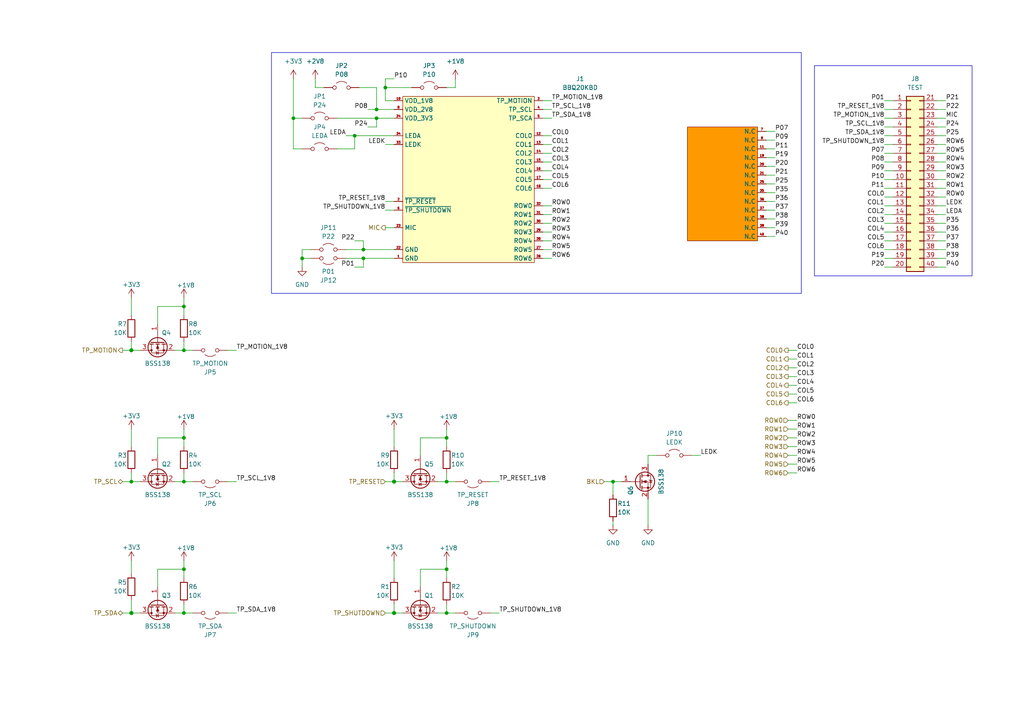
<source format=kicad_sch>
(kicad_sch (version 20250114) (generator "eeschema") (generator_version "9.0")
  (paper "A4")
  (lib_symbols
    (symbol "BBQ20KBD-Connector:BBQ20KBD Connector"
      (property "Reference" "J" (at 0 26.67 0))
      (property "Value" "BBQ20KBD" (at 0 -24.638 0))
      (symbol "BBQ20KBD Connector_1_1"
        (rectangle (start -19.05 25.4) (end 19.05 -22.86) (fill (type color) (color 255 255 194 1)))
        (rectangle (start 63.5 16.51) (end 83.82 -16.51) (fill (type color) (color 255 153 0 1)))
        (pin power_in line (at -21.59 24.13 0) (length 2.54) (name "VDD_1V8") (number "10"))
        (pin power_in line (at -21.59 21.59 0) (length 2.54) (name "VDD_2V8") (number "8"))
        (pin power_in line (at -21.59 19.05 0) (length 2.54) (name "VDD_3V3") (number "24"))
        (pin bidirectional line (at -21.59 13.97 0) (length 2.54) (name "LEDA") (number "34"))
        (pin bidirectional line (at -21.59 11.43 0) (length 2.54) (name "LEDK") (number "33"))
        (pin input line (at -21.59 -5.08 0) (length 2.54) (name "~{TP_RESET}") (number "2"))
        (pin input line (at -21.59 -7.62 0) (length 2.54) (name "~{TP_SHUTDOWN}") (number "6"))
        (pin output line (at -21.59 -12.7 0) (length 2.54) (name "MIC") (number "23"))
        (pin power_out line (at -21.59 -19.05 0) (length 2.54) (name "GND") (number "22"))
        (pin power_out line (at -21.59 -21.59 0) (length 2.54) (name "GND") (number "1"))
        (pin output line (at 21.59 24.13 180) (length 2.54) (name "TP_MOTION") (number "3"))
        (pin bidirectional line (at 21.59 21.59 180) (length 2.54) (name "TP_SCL") (number "4"))
        (pin bidirectional line (at 21.59 19.05 180) (length 2.54) (name "TP_SCA") (number "5"))
        (pin bidirectional line (at 21.59 13.97 180) (length 2.54) (name "COL0") (number "12"))
        (pin bidirectional line (at 21.59 11.43 180) (length 2.54) (name "COL1") (number "13"))
        (pin bidirectional line (at 21.59 8.89 180) (length 2.54) (name "COL2") (number "14"))
        (pin bidirectional line (at 21.59 6.35 180) (length 2.54) (name "COL3") (number "15"))
        (pin bidirectional line (at 21.59 3.81 180) (length 2.54) (name "COL4") (number "16"))
        (pin bidirectional line (at 21.59 1.27 180) (length 2.54) (name "COL5") (number "17"))
        (pin bidirectional line (at 21.59 -1.27 180) (length 2.54) (name "COL6") (number "18"))
        (pin bidirectional line (at 21.59 -6.35 180) (length 2.54) (name "ROW0") (number "32"))
        (pin bidirectional line (at 21.59 -8.89 180) (length 2.54) (name "ROW1") (number "31"))
        (pin bidirectional line (at 21.59 -11.43 180) (length 2.54) (name "ROW2") (number "30"))
        (pin bidirectional line (at 21.59 -13.97 180) (length 2.54) (name "ROW3") (number "29"))
        (pin bidirectional line (at 21.59 -16.51 180) (length 2.54) (name "ROW4") (number "28"))
        (pin bidirectional line (at 21.59 -19.05 180) (length 2.54) (name "ROW5") (number "27"))
        (pin bidirectional line (at 21.59 -21.59 180) (length 2.54) (name "ROW6") (number "26"))
        (pin bidirectional line (at 86.36 15.24 180) (length 2.54) (name "N.C") (number "7"))
        (pin bidirectional line (at 86.36 12.7 180) (length 2.54) (name "N.C") (number "9"))
        (pin bidirectional line (at 86.36 10.16 180) (length 2.54) (name "N.C") (number "11"))
        (pin bidirectional line (at 86.36 7.62 180) (length 2.54) (name "N.C") (number "19"))
        (pin bidirectional line (at 86.36 5.08 180) (length 2.54) (name "N.C") (number "20"))
        (pin bidirectional line (at 86.36 2.54 180) (length 2.54) (name "N.C") (number "21"))
        (pin bidirectional line (at 86.36 0 180) (length 2.54) (name "N.C") (number "25"))
        (pin bidirectional line (at 86.36 -2.54 180) (length 2.54) (name "N.C") (number "35"))
        (pin bidirectional line (at 86.36 -5.08 180) (length 2.54) (name "N.C") (number "36"))
        (pin bidirectional line (at 86.36 -7.62 180) (length 2.54) (name "N.C") (number "37"))
        (pin bidirectional line (at 86.36 -10.16 180) (length 2.54) (name "N.C") (number "38"))
        (pin bidirectional line (at 86.36 -12.7 180) (length 2.54) (name "N.C") (number "39"))
        (pin bidirectional line (at 86.36 -15.24 180) (length 2.54) (name "N.C") (number "40"))
      )
    )
    (symbol "Connector_Generic:Conn_02x20_Top_Bottom" (pin_names (offset 1.016) (hide yes))
      (property "Reference" "J" (at 1.27 25.4 0))
      (property "Value" "Conn_02x20_Top_Bottom" (at 1.27 -27.94 0))
      (symbol "Conn_02x20_Top_Bottom_1_1"
        (rectangle (start -1.27 24.13) (end 3.81 -26.67) (stroke (width 0.254)) (fill (type background)))
        (rectangle (start -1.27 22.987) (end 0 22.733) (stroke (width 0.1524)))
        (rectangle (start -1.27 20.447) (end 0 20.193) (stroke (width 0.1524)))
        (rectangle (start -1.27 17.907) (end 0 17.653) (stroke (width 0.1524)))
        (rectangle (start -1.27 15.367) (end 0 15.113) (stroke (width 0.1524)))
        (rectangle (start -1.27 12.827) (end 0 12.573) (stroke (width 0.1524)))
        (rectangle (start -1.27 10.287) (end 0 10.033) (stroke (width 0.1524)))
        (rectangle (start -1.27 7.747) (end 0 7.493) (stroke (width 0.1524)))
        (rectangle (start -1.27 5.207) (end 0 4.953) (stroke (width 0.1524)))
        (rectangle (start -1.27 2.667) (end 0 2.413) (stroke (width 0.1524)))
        (rectangle (start -1.27 0.127) (end 0 -0.127) (stroke (width 0.1524)))
        (rectangle (start -1.27 -2.413) (end 0 -2.667) (stroke (width 0.1524)))
        (rectangle (start -1.27 -4.953) (end 0 -5.207) (stroke (width 0.1524)))
        (rectangle (start -1.27 -7.493) (end 0 -7.747) (stroke (width 0.1524)))
        (rectangle (start -1.27 -10.033) (end 0 -10.287) (stroke (width 0.1524)))
        (rectangle (start -1.27 -12.573) (end 0 -12.827) (stroke (width 0.1524)))
        (rectangle (start -1.27 -15.113) (end 0 -15.367) (stroke (width 0.1524)))
        (rectangle (start -1.27 -17.653) (end 0 -17.907) (stroke (width 0.1524)))
        (rectangle (start -1.27 -20.193) (end 0 -20.447) (stroke (width 0.1524)))
        (rectangle (start -1.27 -22.733) (end 0 -22.987) (stroke (width 0.1524)))
        (rectangle (start -1.27 -25.273) (end 0 -25.527) (stroke (width 0.1524)))
        (rectangle (start 3.81 22.987) (end 2.54 22.733) (stroke (width 0.1524)))
        (rectangle (start 3.81 20.447) (end 2.54 20.193) (stroke (width 0.1524)))
        (rectangle (start 3.81 17.907) (end 2.54 17.653) (stroke (width 0.1524)))
        (rectangle (start 3.81 15.367) (end 2.54 15.113) (stroke (width 0.1524)))
        (rectangle (start 3.81 12.827) (end 2.54 12.573) (stroke (width 0.1524)))
        (rectangle (start 3.81 10.287) (end 2.54 10.033) (stroke (width 0.1524)))
        (rectangle (start 3.81 7.747) (end 2.54 7.493) (stroke (width 0.1524)))
        (rectangle (start 3.81 5.207) (end 2.54 4.953) (stroke (width 0.1524)))
        (rectangle (start 3.81 2.667) (end 2.54 2.413) (stroke (width 0.1524)))
        (rectangle (start 3.81 0.127) (end 2.54 -0.127) (stroke (width 0.1524)))
        (rectangle (start 3.81 -2.413) (end 2.54 -2.667) (stroke (width 0.1524)))
        (rectangle (start 3.81 -4.953) (end 2.54 -5.207) (stroke (width 0.1524)))
        (rectangle (start 3.81 -7.493) (end 2.54 -7.747) (stroke (width 0.1524)))
        (rectangle (start 3.81 -10.033) (end 2.54 -10.287) (stroke (width 0.1524)))
        (rectangle (start 3.81 -12.573) (end 2.54 -12.827) (stroke (width 0.1524)))
        (rectangle (start 3.81 -15.113) (end 2.54 -15.367) (stroke (width 0.1524)))
        (rectangle (start 3.81 -17.653) (end 2.54 -17.907) (stroke (width 0.1524)))
        (rectangle (start 3.81 -20.193) (end 2.54 -20.447) (stroke (width 0.1524)))
        (rectangle (start 3.81 -22.733) (end 2.54 -22.987) (stroke (width 0.1524)))
        (rectangle (start 3.81 -25.273) (end 2.54 -25.527) (stroke (width 0.1524)))
        (pin passive line (at -5.08 22.86 0) (length 3.81) (name "Pin_1") (number "1"))
        (pin passive line (at -5.08 20.32 0) (length 3.81) (name "Pin_2") (number "2"))
        (pin passive line (at -5.08 17.78 0) (length 3.81) (name "Pin_3") (number "3"))
        (pin passive line (at -5.08 15.24 0) (length 3.81) (name "Pin_4") (number "4"))
        (pin passive line (at -5.08 12.7 0) (length 3.81) (name "Pin_5") (number "5"))
        (pin passive line (at -5.08 10.16 0) (length 3.81) (name "Pin_6") (number "6"))
        (pin passive line (at -5.08 7.62 0) (length 3.81) (name "Pin_7") (number "7"))
        (pin passive line (at -5.08 5.08 0) (length 3.81) (name "Pin_8") (number "8"))
        (pin passive line (at -5.08 2.54 0) (length 3.81) (name "Pin_9") (number "9"))
        (pin passive line (at -5.08 0 0) (length 3.81) (name "Pin_10") (number "10"))
        (pin passive line (at -5.08 -2.54 0) (length 3.81) (name "Pin_11") (number "11"))
        (pin passive line (at -5.08 -5.08 0) (length 3.81) (name "Pin_12") (number "12"))
        (pin passive line (at -5.08 -7.62 0) (length 3.81) (name "Pin_13") (number "13"))
        (pin passive line (at -5.08 -10.16 0) (length 3.81) (name "Pin_14") (number "14"))
        (pin passive line (at -5.08 -12.7 0) (length 3.81) (name "Pin_15") (number "15"))
        (pin passive line (at -5.08 -15.24 0) (length 3.81) (name "Pin_16") (number "16"))
        (pin passive line (at -5.08 -17.78 0) (length 3.81) (name "Pin_17") (number "17"))
        (pin passive line (at -5.08 -20.32 0) (length 3.81) (name "Pin_18") (number "18"))
        (pin passive line (at -5.08 -22.86 0) (length 3.81) (name "Pin_19") (number "19"))
        (pin passive line (at -5.08 -25.4 0) (length 3.81) (name "Pin_20") (number "20"))
        (pin passive line (at 7.62 22.86 180) (length 3.81) (name "Pin_21") (number "21"))
        (pin passive line (at 7.62 20.32 180) (length 3.81) (name "Pin_22") (number "22"))
        (pin passive line (at 7.62 17.78 180) (length 3.81) (name "Pin_23") (number "23"))
        (pin passive line (at 7.62 15.24 180) (length 3.81) (name "Pin_24") (number "24"))
        (pin passive line (at 7.62 12.7 180) (length 3.81) (name "Pin_25") (number "25"))
        (pin passive line (at 7.62 10.16 180) (length 3.81) (name "Pin_26") (number "26"))
        (pin passive line (at 7.62 7.62 180) (length 3.81) (name "Pin_27") (number "27"))
        (pin passive line (at 7.62 5.08 180) (length 3.81) (name "Pin_28") (number "28"))
        (pin passive line (at 7.62 2.54 180) (length 3.81) (name "Pin_29") (number "29"))
        (pin passive line (at 7.62 0 180) (length 3.81) (name "Pin_30") (number "30"))
        (pin passive line (at 7.62 -2.54 180) (length 3.81) (name "Pin_31") (number "31"))
        (pin passive line (at 7.62 -5.08 180) (length 3.81) (name "Pin_32") (number "32"))
        (pin passive line (at 7.62 -7.62 180) (length 3.81) (name "Pin_33") (number "33"))
        (pin passive line (at 7.62 -10.16 180) (length 3.81) (name "Pin_34") (number "34"))
        (pin passive line (at 7.62 -12.7 180) (length 3.81) (name "Pin_35") (number "35"))
        (pin passive line (at 7.62 -15.24 180) (length 3.81) (name "Pin_36") (number "36"))
        (pin passive line (at 7.62 -17.78 180) (length 3.81) (name "Pin_37") (number "37"))
        (pin passive line (at 7.62 -20.32 180) (length 3.81) (name "Pin_38") (number "38"))
        (pin passive line (at 7.62 -22.86 180) (length 3.81) (name "Pin_39") (number "39"))
        (pin passive line (at 7.62 -25.4 180) (length 3.81) (name "Pin_40") (number "40"))
      )
    )
    (symbol "Device:R" (pin_numbers (hide yes)) (pin_names (offset 0))
      (property "Reference" "R" (at 2.032 0 90))
      (property "Value" "R" (at 0 0 90))
      (symbol "R_0_1"
        (rectangle (start -1.016 -2.54) (end 1.016 2.54) (stroke (width 0.254)))
      )
      (symbol "R_1_1"
        (pin passive line (at 0 3.81 270) (length 1.27) (name "~") (number "1"))
        (pin passive line (at 0 -3.81 90) (length 1.27) (name "~") (number "2"))
      )
    )
    (symbol "Jumper:Jumper_2_Open" (pin_numbers (hide yes)) (pin_names (offset 0) (hide yes))
      (property "Reference" "JP" (at 0 2.794 0))
      (property "Value" "Jumper_2_Open" (at 0 -2.286 0))
      (symbol "Jumper_2_Open_0_0"
        (circle (center -2.032 0) (radius 0.508))
        (circle (center 2.032 0) (radius 0.508))
      )
      (symbol "Jumper_2_Open_0_1"
        (arc (start -1.524 1.27) (mid 0 1.778) (end 1.524 1.27))
      )
      (symbol "Jumper_2_Open_1_1"
        (pin passive line (at -5.08 0 0) (length 2.54) (name "A") (number "1"))
        (pin passive line (at 5.08 0 180) (length 2.54) (name "B") (number "2"))
      )
    )
    (symbol "Transistor_FET:BSS138" (pin_names (hide yes))
      (property "Reference" "Q" (at 5.08 1.905 0))
      (property "Value" "BSS138" (at 5.08 0 0))
      (symbol "BSS138_0_1"
        (polyline (pts (xy 0.254 1.905) (xy 0.254 -1.905)) (stroke (width 0.254)))
        (polyline (pts (xy 0.254 0) (xy -2.54 0)))
        (polyline (pts (xy 0.762 2.286) (xy 0.762 1.27)) (stroke (width 0.254)))
        (polyline (pts (xy 0.762 0.508) (xy 0.762 -0.508)) (stroke (width 0.254)))
        (polyline (pts (xy 0.762 -1.27) (xy 0.762 -2.286)) (stroke (width 0.254)))
        (polyline (pts (xy 0.762 -1.778) (xy 3.302 -1.778) (xy 3.302 1.778) (xy 0.762 1.778)))
        (polyline (pts (xy 1.016 0) (xy 2.032 0.381) (xy 2.032 -0.381) (xy 1.016 0)) (fill (type outline)))
        (circle (center 1.651 0) (radius 2.794) (stroke (width 0.254)))
        (polyline (pts (xy 2.54 2.54) (xy 2.54 1.778)))
        (circle (center 2.54 1.778) (radius 0.254) (fill (type outline)))
        (circle (center 2.54 -1.778) (radius 0.254) (fill (type outline)))
        (polyline (pts (xy 2.54 -2.54) (xy 2.54 0) (xy 0.762 0)))
        (polyline (pts (xy 2.794 0.508) (xy 2.921 0.381) (xy 3.683 0.381) (xy 3.81 0.254)))
        (polyline (pts (xy 3.302 0.381) (xy 2.921 -0.254) (xy 3.683 -0.254) (xy 3.302 0.381)))
      )
      (symbol "BSS138_1_1"
        (pin input line (at -5.08 0 0) (length 2.54) (name "G") (number "1"))
        (pin passive line (at 2.54 5.08 270) (length 2.54) (name "D") (number "3"))
        (pin passive line (at 2.54 -5.08 90) (length 2.54) (name "S") (number "2"))
      )
    )
    (symbol "power:+1V8" (power) (pin_numbers (hide yes)) (pin_names (offset 0) (hide yes))
      (property "Value" "+1V8" (at 0 3.556 0))
      (symbol "+1V8_0_1"
        (polyline (pts (xy -0.762 1.27) (xy 0 2.54)))
        (polyline (pts (xy 0 2.54) (xy 0.762 1.27)))
        (polyline (pts (xy 0 0) (xy 0 2.54)))
      )
      (symbol "+1V8_1_1"
        (pin power_in line (at 0 0 90) (length 0) (name "~") (number "1"))
      )
    )
    (symbol "power:+2V8" (power) (pin_numbers (hide yes)) (pin_names (offset 0) (hide yes))
      (property "Value" "+2V8" (at 0 3.556 0))
      (symbol "+2V8_0_1"
        (polyline (pts (xy -0.762 1.27) (xy 0 2.54)))
        (polyline (pts (xy 0 2.54) (xy 0.762 1.27)))
        (polyline (pts (xy 0 0) (xy 0 2.54)))
      )
      (symbol "+2V8_1_1"
        (pin power_in line (at 0 0 90) (length 0) (name "~") (number "1"))
      )
    )
    (symbol "power:+3.3V" (power) (pin_numbers (hide yes)) (pin_names (offset 0) (hide yes))
      (property "Value" "+3.3V" (at 0 3.556 0))
      (symbol "+3.3V_0_1"
        (polyline (pts (xy -0.762 1.27) (xy 0 2.54)))
        (polyline (pts (xy 0 2.54) (xy 0.762 1.27)))
        (polyline (pts (xy 0 0) (xy 0 2.54)))
      )
      (symbol "+3.3V_1_1"
        (pin power_in line (at 0 0 90) (length 0) (name "~") (number "1"))
      )
    )
    (symbol "power:GND" (power) (pin_numbers (hide yes)) (pin_names (offset 0) (hide yes))
      (property "Value" "GND" (at 0 -3.81 0))
      (symbol "GND_0_1"
        (polyline (pts (xy 0 0) (xy 0 -1.27) (xy 1.27 -1.27) (xy 0 -2.54) (xy -1.27 -1.27) (xy 0 -1.27)))
      )
      (symbol "GND_1_1"
        (pin power_in line (at 0 0 270) (length 0) (name "~") (number "1"))
      )
    )
  )
  (rectangle (start 236.22 19.05) (end 281.94 80.01))
  (rectangle (start 78.74 15.24) (end 232.41 85.09))
  (junction (at 109.22 31.75))
  (junction (at 102.87 39.37))
  (junction (at 114.3 139.7) (diameter 1.016))
  (junction (at 53.34 88.9))
  (junction (at 38.1 139.7))
  (junction (at 129.54 127))
  (junction (at 53.34 127))
  (junction (at 105.41 72.39))
  (junction (at 38.1 101.6) (diameter 1.016))
  (junction (at 109.22 34.29))
  (junction (at 129.54 139.7))
  (junction (at 53.34 177.8))
  (junction (at 114.3 177.8) (diameter 1.016))
  (junction (at 53.34 165.1))
  (junction (at 85.09 34.29))
  (junction (at 53.34 139.7))
  (junction (at 111.76 25.4))
  (junction (at 129.54 165.1))
  (junction (at 53.34 101.6))
  (junction (at 105.41 74.93))
  (junction (at 38.1 177.8) (diameter 1.016))
  (junction (at 177.8 139.7))
  (junction (at 87.63 74.93))
  (junction (at 129.54 177.8))
  (wire (pts (xy 187.96 132.08) (xy 187.96 134.62)))
  (wire (pts (xy 256.54 29.21) (xy 259.08 29.21)))
  (wire (pts (xy 256.54 39.37) (xy 259.08 39.37)))
  (wire (pts (xy 102.87 43.18) (xy 102.87 39.37)))
  (wire (pts (xy 111.76 66.04) (xy 114.3 66.04)))
  (wire (pts (xy 35.56 139.7) (xy 38.1 139.7)))
  (wire (pts (xy 114.3 137.16) (xy 114.3 139.7)))
  (wire (pts (xy 222.25 68.58) (xy 224.79 68.58)))
  (wire (pts (xy 68.58 101.6) (xy 66.04 101.6)))
  (wire (pts (xy 271.78 57.15) (xy 274.32 57.15)))
  (wire (pts (xy 228.6 116.84) (xy 231.14 116.84)))
  (wire (pts (xy 114.3 124.46) (xy 114.3 129.54)))
  (wire (pts (xy 256.54 52.07) (xy 259.08 52.07)))
  (wire (pts (xy 256.54 72.39) (xy 259.08 72.39)))
  (wire (pts (xy 157.48 31.75) (xy 160.02 31.75)))
  (wire (pts (xy 222.25 63.5) (xy 224.79 63.5)))
  (wire (pts (xy 157.48 72.39) (xy 160.02 72.39)))
  (wire (pts (xy 127 139.7) (xy 129.54 139.7)))
  (wire (pts (xy 256.54 62.23) (xy 259.08 62.23)))
  (wire (pts (xy 271.78 44.45) (xy 274.32 44.45)))
  (wire (pts (xy 105.41 77.47) (xy 105.41 74.93)))
  (wire (pts (xy 50.8 177.8) (xy 53.34 177.8)))
  (wire (pts (xy 100.33 39.37) (xy 102.87 39.37)))
  (wire (pts (xy 102.87 77.47) (xy 105.41 77.47)))
  (wire (pts (xy 111.76 139.7) (xy 114.3 139.7)))
  (wire (pts (xy 228.6 137.16) (xy 231.14 137.16)))
  (wire (pts (xy 129.54 124.46) (xy 129.54 127)))
  (wire (pts (xy 271.78 74.93) (xy 274.32 74.93)))
  (wire (pts (xy 157.48 74.93) (xy 160.02 74.93)))
  (wire (pts (xy 45.72 127) (xy 53.34 127)))
  (wire (pts (xy 114.3 22.86) (xy 111.76 22.86)))
  (wire (pts (xy 228.6 121.92) (xy 231.14 121.92)))
  (wire (pts (xy 175.26 139.7) (xy 177.8 139.7)))
  (wire (pts (xy 111.76 25.4) (xy 119.38 25.4)))
  (wire (pts (xy 68.58 139.7) (xy 66.04 139.7)))
  (wire (pts (xy 53.34 124.46) (xy 53.34 127)))
  (wire (pts (xy 87.63 72.39) (xy 87.63 74.93)))
  (wire (pts (xy 38.1 99.06) (xy 38.1 101.6)))
  (wire (pts (xy 256.54 54.61) (xy 259.08 54.61)))
  (wire (pts (xy 129.54 175.26) (xy 129.54 177.8)))
  (wire (pts (xy 38.1 177.8) (xy 40.64 177.8)))
  (wire (pts (xy 222.25 58.42) (xy 224.79 58.42)))
  (wire (pts (xy 157.48 67.31) (xy 160.02 67.31)))
  (wire (pts (xy 271.78 72.39) (xy 274.32 72.39)))
  (wire (pts (xy 102.87 69.85) (xy 105.41 69.85)))
  (wire (pts (xy 177.8 151.13) (xy 177.8 152.4)))
  (wire (pts (xy 190.5 132.08) (xy 187.96 132.08)))
  (wire (pts (xy 105.41 69.85) (xy 105.41 72.39)))
  (wire (pts (xy 129.54 127) (xy 129.54 129.54)))
  (wire (pts (xy 50.8 139.7) (xy 53.34 139.7)))
  (wire (pts (xy 111.76 22.86) (xy 111.76 25.4)))
  (wire (pts (xy 228.6 114.3) (xy 231.14 114.3)))
  (wire (pts (xy 157.48 52.07) (xy 160.02 52.07)))
  (wire (pts (xy 271.78 29.21) (xy 274.32 29.21)))
  (wire (pts (xy 38.1 86.36) (xy 38.1 91.44)))
  (wire (pts (xy 222.25 38.1) (xy 224.79 38.1)))
  (wire (pts (xy 100.33 74.93) (xy 105.41 74.93)))
  (wire (pts (xy 271.78 59.69) (xy 274.32 59.69)))
  (wire (pts (xy 271.78 62.23) (xy 274.32 62.23)))
  (wire (pts (xy 53.34 86.36) (xy 53.34 88.9)))
  (wire (pts (xy 114.3 175.26) (xy 114.3 177.8)))
  (wire (pts (xy 256.54 74.93) (xy 259.08 74.93)))
  (wire (pts (xy 38.1 101.6) (xy 40.64 101.6)))
  (wire (pts (xy 256.54 36.83) (xy 259.08 36.83)))
  (wire (pts (xy 38.1 162.56) (xy 38.1 166.37)))
  (wire (pts (xy 105.41 74.93) (xy 114.3 74.93)))
  (wire (pts (xy 177.8 139.7) (xy 180.34 139.7)))
  (wire (pts (xy 111.76 41.91) (xy 114.3 41.91)))
  (wire (pts (xy 38.1 173.99) (xy 38.1 177.8)))
  (wire (pts (xy 271.78 46.99) (xy 274.32 46.99)))
  (wire (pts (xy 87.63 72.39) (xy 90.17 72.39)))
  (wire (pts (xy 53.34 162.56) (xy 53.34 165.1)))
  (wire (pts (xy 87.63 74.93) (xy 87.63 77.47)))
  (wire (pts (xy 35.56 101.6) (xy 38.1 101.6)))
  (wire (pts (xy 38.1 139.7) (xy 40.64 139.7)))
  (wire (pts (xy 109.22 31.75) (xy 114.3 31.75)))
  (wire (pts (xy 91.44 25.4) (xy 91.44 22.86)))
  (wire (pts (xy 256.54 49.53) (xy 259.08 49.53)))
  (wire (pts (xy 105.41 72.39) (xy 114.3 72.39)))
  (wire (pts (xy 222.25 40.64) (xy 224.79 40.64)))
  (wire (pts (xy 256.54 69.85) (xy 259.08 69.85)))
  (wire (pts (xy 228.6 109.22) (xy 231.14 109.22)))
  (wire (pts (xy 97.79 34.29) (xy 109.22 34.29)))
  (wire (pts (xy 177.8 139.7) (xy 177.8 143.51)))
  (wire (pts (xy 45.72 132.08) (xy 45.72 127)))
  (wire (pts (xy 114.3 139.7) (xy 116.84 139.7)))
  (wire (pts (xy 53.34 137.16) (xy 53.34 139.7)))
  (wire (pts (xy 256.54 57.15) (xy 259.08 57.15)))
  (wire (pts (xy 129.54 165.1) (xy 129.54 167.64)))
  (wire (pts (xy 222.25 45.72) (xy 224.79 45.72)))
  (wire (pts (xy 121.92 170.18) (xy 121.92 165.1)))
  (wire (pts (xy 157.48 29.21) (xy 160.02 29.21)))
  (wire (pts (xy 53.34 165.1) (xy 53.34 167.64)))
  (wire (pts (xy 132.08 139.7) (xy 129.54 139.7)))
  (wire (pts (xy 132.08 177.8) (xy 129.54 177.8)))
  (wire (pts (xy 228.6 124.46) (xy 231.14 124.46)))
  (wire (pts (xy 53.34 127) (xy 53.34 129.54)))
  (wire (pts (xy 68.58 177.8) (xy 66.04 177.8)))
  (wire (pts (xy 127 177.8) (xy 129.54 177.8)))
  (wire (pts (xy 35.56 177.8) (xy 38.1 177.8)))
  (wire (pts (xy 271.78 31.75) (xy 274.32 31.75)))
  (wire (pts (xy 271.78 41.91) (xy 274.32 41.91)))
  (wire (pts (xy 109.22 25.4) (xy 109.22 31.75)))
  (wire (pts (xy 157.48 34.29) (xy 160.02 34.29)))
  (wire (pts (xy 111.76 25.4) (xy 111.76 29.21)))
  (wire (pts (xy 228.6 134.62) (xy 231.14 134.62)))
  (wire (pts (xy 55.88 177.8) (xy 53.34 177.8)))
  (wire (pts (xy 157.48 46.99) (xy 160.02 46.99)))
  (wire (pts (xy 256.54 46.99) (xy 259.08 46.99)))
  (wire (pts (xy 45.72 93.98) (xy 45.72 88.9)))
  (wire (pts (xy 271.78 54.61) (xy 274.32 54.61)))
  (wire (pts (xy 100.33 72.39) (xy 105.41 72.39)))
  (wire (pts (xy 114.3 162.56) (xy 114.3 167.64)))
  (wire (pts (xy 203.2 132.08) (xy 200.66 132.08)))
  (wire (pts (xy 271.78 36.83) (xy 274.32 36.83)))
  (wire (pts (xy 271.78 69.85) (xy 274.32 69.85)))
  (wire (pts (xy 222.25 60.96) (xy 224.79 60.96)))
  (wire (pts (xy 228.6 101.6) (xy 231.14 101.6)))
  (wire (pts (xy 228.6 106.68) (xy 231.14 106.68)))
  (wire (pts (xy 271.78 49.53) (xy 274.32 49.53)))
  (wire (pts (xy 256.54 67.31) (xy 259.08 67.31)))
  (wire (pts (xy 50.8 101.6) (xy 53.34 101.6)))
  (wire (pts (xy 109.22 34.29) (xy 109.22 36.83)))
  (wire (pts (xy 87.63 74.93) (xy 90.17 74.93)))
  (wire (pts (xy 45.72 165.1) (xy 53.34 165.1)))
  (wire (pts (xy 102.87 39.37) (xy 114.3 39.37)))
  (wire (pts (xy 187.96 144.78) (xy 187.96 152.4)))
  (wire (pts (xy 222.25 55.88) (xy 224.79 55.88)))
  (wire (pts (xy 157.48 62.23) (xy 160.02 62.23)))
  (wire (pts (xy 222.25 50.8) (xy 224.79 50.8)))
  (wire (pts (xy 256.54 59.69) (xy 259.08 59.69)))
  (wire (pts (xy 114.3 177.8) (xy 116.84 177.8)))
  (wire (pts (xy 271.78 52.07) (xy 274.32 52.07)))
  (wire (pts (xy 121.92 165.1) (xy 129.54 165.1)))
  (wire (pts (xy 111.76 60.96) (xy 114.3 60.96)))
  (wire (pts (xy 144.78 139.7) (xy 142.24 139.7)))
  (wire (pts (xy 256.54 77.47) (xy 259.08 77.47)))
  (wire (pts (xy 106.68 31.75) (xy 109.22 31.75)))
  (wire (pts (xy 256.54 31.75) (xy 259.08 31.75)))
  (wire (pts (xy 38.1 137.16) (xy 38.1 139.7)))
  (wire (pts (xy 222.25 43.18) (xy 224.79 43.18)))
  (wire (pts (xy 222.25 53.34) (xy 224.79 53.34)))
  (wire (pts (xy 45.72 170.18) (xy 45.72 165.1)))
  (wire (pts (xy 228.6 132.08) (xy 231.14 132.08)))
  (wire (pts (xy 256.54 41.91) (xy 259.08 41.91)))
  (wire (pts (xy 228.6 129.54) (xy 231.14 129.54)))
  (wire (pts (xy 256.54 44.45) (xy 259.08 44.45)))
  (wire (pts (xy 53.34 175.26) (xy 53.34 177.8)))
  (wire (pts (xy 104.14 25.4) (xy 109.22 25.4)))
  (wire (pts (xy 121.92 132.08) (xy 121.92 127)))
  (wire (pts (xy 222.25 48.26) (xy 224.79 48.26)))
  (wire (pts (xy 53.34 99.06) (xy 53.34 101.6)))
  (wire (pts (xy 157.48 49.53) (xy 160.02 49.53)))
  (wire (pts (xy 157.48 41.91) (xy 160.02 41.91)))
  (wire (pts (xy 157.48 39.37) (xy 160.02 39.37)))
  (wire (pts (xy 53.34 139.7) (xy 55.88 139.7)))
  (wire (pts (xy 87.63 43.18) (xy 85.09 43.18)))
  (wire (pts (xy 157.48 44.45) (xy 160.02 44.45)))
  (wire (pts (xy 256.54 64.77) (xy 259.08 64.77)))
  (wire (pts (xy 114.3 29.21) (xy 111.76 29.21)))
  (wire (pts (xy 53.34 88.9) (xy 53.34 91.44)))
  (wire (pts (xy 55.88 101.6) (xy 53.34 101.6)))
  (wire (pts (xy 85.09 34.29) (xy 85.09 43.18)))
  (wire (pts (xy 38.1 124.46) (xy 38.1 129.54)))
  (wire (pts (xy 271.78 67.31) (xy 274.32 67.31)))
  (wire (pts (xy 142.24 177.8) (xy 144.78 177.8)))
  (wire (pts (xy 228.6 104.14) (xy 231.14 104.14)))
  (wire (pts (xy 129.54 137.16) (xy 129.54 139.7)))
  (wire (pts (xy 132.08 25.4) (xy 129.54 25.4)))
  (wire (pts (xy 91.44 25.4) (xy 93.98 25.4)))
  (wire (pts (xy 129.54 162.56) (xy 129.54 165.1)))
  (wire (pts (xy 85.09 22.86) (xy 85.09 34.29)))
  (wire (pts (xy 271.78 77.47) (xy 274.32 77.47)))
  (wire (pts (xy 157.48 69.85) (xy 160.02 69.85)))
  (wire (pts (xy 109.22 34.29) (xy 114.3 34.29)))
  (wire (pts (xy 271.78 39.37) (xy 274.32 39.37)))
  (wire (pts (xy 106.68 36.83) (xy 109.22 36.83)))
  (wire (pts (xy 97.79 43.18) (xy 102.87 43.18)))
  (wire (pts (xy 222.25 66.04) (xy 224.79 66.04)))
  (wire (pts (xy 271.78 64.77) (xy 274.32 64.77)))
  (wire (pts (xy 228.6 111.76) (xy 231.14 111.76)))
  (wire (pts (xy 132.08 22.86) (xy 132.08 25.4)))
  (wire (pts (xy 121.92 127) (xy 129.54 127)))
  (wire (pts (xy 271.78 34.29) (xy 274.32 34.29)))
  (wire (pts (xy 85.09 34.29) (xy 87.63 34.29)))
  (wire (pts (xy 157.48 54.61) (xy 160.02 54.61)))
  (wire (pts (xy 111.76 177.8) (xy 114.3 177.8)))
  (wire (pts (xy 256.54 34.29) (xy 259.08 34.29)))
  (wire (pts (xy 228.6 127) (xy 231.14 127)))
  (wire (pts (xy 157.48 59.69) (xy 160.02 59.69)))
  (wire (pts (xy 111.76 58.42) (xy 114.3 58.42)))
  (wire (pts (xy 45.72 88.9) (xy 53.34 88.9)))
  (wire (pts (xy 157.48 64.77) (xy 160.02 64.77)))
  (label "ROW4" (at 274.32 46.99 0))
  (label "COL1" (at 256.54 59.69 180))
  (label "P08" (at 256.54 46.99 180))
  (label "P25" (at 224.79 53.34 0))
  (label "P20" (at 256.54 77.47 180))
  (label "P01" (at 102.87 77.47 180))
  (label "COL0" (at 231.14 101.6 0))
  (label "COL0" (at 160.02 39.37 0))
  (label "ROW2" (at 160.02 64.77 0))
  (label "MIC" (at 274.32 34.29 0))
  (label "P24" (at 106.68 36.83 180))
  (label "COL0" (at 256.54 57.15 180))
  (label "TP_SCL_1V8" (at 160.02 31.75 0))
  (label "P11" (at 256.54 54.61 180))
  (label "P09" (at 256.54 49.53 180))
  (label "ROW3" (at 274.32 49.53 0))
  (label "P24" (at 274.32 36.83 0))
  (label "ROW5" (at 231.14 134.62 0))
  (label "P22" (at 274.32 31.75 0))
  (label "ROW0" (at 160.02 59.69 0))
  (label "TP_MOTION_1V8" (at 256.54 34.29 180))
  (label "TP_RESET_1V8" (at 144.78 139.7 0))
  (label "P35" (at 274.32 64.77 0))
  (label "P07" (at 224.79 38.1 0))
  (label "COL1" (at 160.02 41.91 0))
  (label "ROW5" (at 274.32 44.45 0))
  (label "ROW4" (at 160.02 69.85 0))
  (label "ROW2" (at 274.32 52.07 0))
  (label "ROW1" (at 274.32 54.61 0))
  (label "COL1" (at 231.14 104.14 0))
  (label "ROW3" (at 160.02 67.31 0))
  (label "ROW1" (at 160.02 62.23 0))
  (label "COL5" (at 231.14 114.3 0))
  (label "P21" (at 224.79 50.8 0))
  (label "P08" (at 106.68 31.75 180))
  (label "TP_SCL_1V8" (at 68.58 139.7 0))
  (label "ROW0" (at 231.14 121.92 0))
  (label "ROW6" (at 160.02 74.93 0))
  (label "COL4" (at 256.54 67.31 180))
  (label "P36" (at 224.79 58.42 0))
  (label "TP_SDA_1V8" (at 256.54 39.37 180))
  (label "ROW1" (at 231.14 124.46 0))
  (label "P22" (at 102.87 69.85 180))
  (label "P20" (at 224.79 48.26 0))
  (label "P37" (at 224.79 60.96 0))
  (label "LEDA" (at 100.33 39.37 180))
  (label "P25" (at 274.32 39.37 0))
  (label "P35" (at 224.79 55.88 0))
  (label "COL2" (at 256.54 62.23 180))
  (label "P11" (at 224.79 43.18 0))
  (label "COL5" (at 256.54 69.85 180))
  (label "P39" (at 274.32 74.93 0))
  (label "P01" (at 256.54 29.21 180))
  (label "TP_RESET_1V8" (at 111.76 58.42 180))
  (label "TP_SCL_1V8" (at 256.54 36.83 180))
  (label "P07" (at 256.54 44.45 180))
  (label "P10" (at 114.3 22.86 0))
  (label "ROW2" (at 231.14 127 0))
  (label "TP_SDA_1V8" (at 160.02 34.29 0))
  (label "COL4" (at 160.02 49.53 0))
  (label "P40" (at 224.79 68.58 0))
  (label "P38" (at 274.32 72.39 0))
  (label "P19" (at 256.54 74.93 180))
  (label "TP_MOTION_1V8" (at 160.02 29.21 0))
  (label "ROW6" (at 274.32 41.91 0))
  (label "COL2" (at 231.14 106.68 0))
  (label "COL6" (at 160.02 54.61 0))
  (label "COL6" (at 231.14 116.84 0))
  (label "P10" (at 256.54 52.07 180))
  (label "P40" (at 274.32 77.47 0))
  (label "LEDK" (at 111.76 41.91 180))
  (label "P09" (at 224.79 40.64 0))
  (label "P21" (at 274.32 29.21 0))
  (label "COL6" (at 256.54 72.39 180))
  (label "COL2" (at 160.02 44.45 0))
  (label "COL5" (at 160.02 52.07 0))
  (label "COL3" (at 160.02 46.99 0))
  (label "TP_SHUTDOWN_1V8" (at 111.76 60.96 180))
  (label "COL4" (at 231.14 111.76 0))
  (label "LEDK" (at 274.32 59.69 0))
  (label "COL3" (at 231.14 109.22 0))
  (label "LEDK" (at 203.2 132.08 0))
  (label "ROW0" (at 274.32 57.15 0))
  (label "TP_MOTION_1V8" (at 68.58 101.6 0))
  (label "ROW4" (at 231.14 132.08 0))
  (label "LEDA" (at 274.32 62.23 0))
  (label "P38" (at 224.79 63.5 0))
  (label "COL3" (at 256.54 64.77 180))
  (label "P19" (at 224.79 45.72 0))
  (label "P39" (at 224.79 66.04 0))
  (label "ROW5" (at 160.02 72.39 0))
  (label "P37" (at 274.32 69.85 0))
  (label "ROW6" (at 231.14 137.16 0))
  (label "TP_SDA_1V8" (at 68.58 177.8 0))
  (label "ROW3" (at 231.14 129.54 0))
  (label "P36" (at 274.32 67.31 0))
  (label "TP_SHUTDOWN_1V8" (at 144.78 177.8 0))
  (label "TP_SHUTDOWN_1V8" (at 256.54 41.91 180))
  (label "TP_RESET_1V8" (at 256.54 31.75 180))
  (hierarchical_label "COL4" (shape output) (at 228.6 111.76 180))
  (hierarchical_label "COL3" (shape output) (at 228.6 109.22 180))
  (hierarchical_label "ROW0" (shape input) (at 228.6 121.92 180))
  (hierarchical_label "COL5" (shape output) (at 228.6 114.3 180))
  (hierarchical_label "TP_MOTION" (shape output) (at 35.56 101.6 180))
  (hierarchical_label "COL2" (shape output) (at 228.6 106.68 180))
  (hierarchical_label "ROW2" (shape input) (at 228.6 127 180))
  (hierarchical_label "TP_RESET" (shape input) (at 111.76 139.7 180))
  (hierarchical_label "TP_SCL" (shape bidirectional) (at 35.56 139.7 180))
  (hierarchical_label "TP_SDA" (shape bidirectional) (at 35.56 177.8 180))
  (hierarchical_label "ROW5" (shape input) (at 228.6 134.62 180))
  (hierarchical_label "ROW1" (shape input) (at 228.6 124.46 180))
  (hierarchical_label "MIC" (shape output) (at 111.76 66.04 180))
  (hierarchical_label "BKL" (shape input) (at 175.26 139.7 180))
  (hierarchical_label "COL6" (shape output) (at 228.6 116.84 180))
  (hierarchical_label "COL0" (shape output) (at 228.6 101.6 180))
  (hierarchical_label "ROW3" (shape input) (at 228.6 129.54 180))
  (hierarchical_label "TP_SHUTDOWN" (shape input) (at 111.76 177.8 180))
  (hierarchical_label "ROW4" (shape input) (at 228.6 132.08 180))
  (hierarchical_label "COL1" (shape output) (at 228.6 104.14 180))
  (hierarchical_label "ROW6" (shape input) (at 228.6 137.16 180))
  (symbol (lib_id "Device:R") (at 114.3 133.35 0) (mirror x) (unit 1)
    (property "Reference" "R9" (at 113.03 132.0799 0) (effects (justify right)))
    (property "Value" "10K" (at 113.03 134.6199 0) (effects (justify right)))
    (property "Footprint" "Resistor_SMD:R_0603_1608Metric" (effects (hide yes)))
    (property "Description" "Resistor" (effects (hide yes)))
  )
  (symbol (lib_id "power:+1V8") (at 53.34 86.36 0) (mirror y) (unit 1)
    (property "Reference" "#PWR041" (effects (hide yes)))
    (property "Value" "+1V8" (at 56.515 82.7404 0) (effects (justify left)))
  )
  (symbol (lib_id "Device:R") (at 38.1 133.35 0) (mirror x) (unit 1)
    (property "Reference" "R3" (at 36.83 132.0799 0) (effects (justify right)))
    (property "Value" "10K" (at 36.83 134.6199 0) (effects (justify right)))
    (property "Footprint" "Resistor_SMD:R_0603_1608Metric" (effects (hide yes)))
    (property "Description" "Resistor" (effects (hide yes)))
  )
  (symbol (lib_id "power:+1V8") (at 129.54 124.46 0) (mirror y) (unit 1)
    (property "Reference" "#PWR042" (effects (hide yes)))
    (property "Value" "+1V8" (at 132.715 120.8404 0) (effects (justify left)))
  )
  (symbol (lib_id "power:GND") (at 87.63 77.47 0) (unit 1)
    (property "Reference" "#PWR07" (effects (hide yes)))
    (property "Value" "GND" (at 87.63 82.55 0))
    (property "Description" "Power symbol creates a global label with name \"GND\" , ground" (effects (hide yes)))
  )
  (symbol (lib_id "power:+3.3V") (at 38.1 86.36 0) (mirror y) (unit 1)
    (property "Reference" "#PWR035" (effects (hide yes)))
    (property "Value" "+3V3" (at 38.1 82.55 0))
  )
  (symbol (lib_id "Jumper:Jumper_2_Open") (at 60.96 177.8 0) (mirror x) (unit 1)
    (property "Reference" "JP7" (at 60.96 184.15 0))
    (property "Value" "TP_SDA" (at 60.96 181.61 0))
    (property "Footprint" "TestPoint:TestPoint_2Pads_Pitch2.54mm_Drill0.8mm" (effects (hide yes)))
    (property "Description" "Jumper, 2-pole, open" (effects (hide yes)))
  )
  (symbol (lib_id "Device:R") (at 38.1 170.18 0) (mirror x) (unit 1)
    (property "Reference" "R5" (at 36.83 168.9099 0) (effects (justify right)))
    (property "Value" "10K" (at 36.83 171.4499 0) (effects (justify right)))
    (property "Footprint" "Resistor_SMD:R_0603_1608Metric" (effects (hide yes)))
    (property "Description" "Resistor" (effects (hide yes)))
  )
  (symbol (lib_id "power:+1V8") (at 132.08 22.86 0) (unit 1)
    (property "Reference" "#PWR052" (effects (hide yes)))
    (property "Value" "+1V8" (at 132.08 17.78 0))
    (property "Description" "Power symbol creates a global label with name \"+1V8\"" (effects (hide yes)))
  )
  (symbol (lib_id "Transistor_FET:BSS138") (at 45.72 99.06 90) (mirror x) (unit 1)
    (property "Reference" "Q4" (at 48.26 96.52 90))
    (property "Value" "BSS138" (at 45.72 105.41 90))
    (property "Footprint" "Package_TO_SOT_SMD:SOT-23" (effects (hide yes)))
    (property "LCSC" "C112239" (effects (hide yes)))
  )
  (symbol (lib_id "power:GND") (at 187.96 152.4 0) (unit 1)
    (property "Reference" "#PWR048" (effects (hide yes)))
    (property "Value" "GND" (at 187.96 157.48 0))
    (property "Description" "Power symbol creates a global label with name \"GND\" , ground" (effects (hide yes)))
  )
  (symbol (lib_id "power:+3.3V") (at 38.1 124.46 0) (mirror y) (unit 1)
    (property "Reference" "#PWR033" (effects (hide yes)))
    (property "Value" "+3V3" (at 38.1 120.65 0))
  )
  (symbol (lib_id "Jumper:Jumper_2_Open") (at 137.16 139.7 0) (mirror x) (unit 1)
    (property "Reference" "JP8" (at 137.16 146.05 0))
    (property "Value" "TP_RESET" (at 137.16 143.51 0))
    (property "Footprint" "TestPoint:TestPoint_2Pads_Pitch2.54mm_Drill0.8mm" (effects (hide yes)))
    (property "Description" "Jumper, 2-pole, open" (effects (hide yes)))
  )
  (symbol (lib_id "power:+1V8") (at 53.34 162.56 0) (mirror y) (unit 1)
    (property "Reference" "#PWR040" (effects (hide yes)))
    (property "Value" "+1V8" (at 56.515 158.9404 0) (effects (justify left)))
  )
  (symbol (lib_id "Jumper:Jumper_2_Open") (at 60.96 101.6 0) (mirror x) (unit 1)
    (property "Reference" "JP5" (at 60.96 107.95 0))
    (property "Value" "TP_MOTION" (at 60.96 105.41 0))
    (property "Footprint" "TestPoint:TestPoint_2Pads_Pitch2.54mm_Drill0.8mm" (effects (hide yes)))
    (property "Description" "Jumper, 2-pole, open" (effects (hide yes)))
  )
  (symbol (lib_id "power:GND") (at 177.8 152.4 0) (unit 1)
    (property "Reference" "#PWR047" (effects (hide yes)))
    (property "Value" "GND" (at 177.8 157.48 0))
    (property "Description" "Power symbol creates a global label with name \"GND\" , ground" (effects (hide yes)))
  )
  (symbol (lib_id "Jumper:Jumper_2_Open") (at 95.25 74.93 180) (unit 1)
    (property "Reference" "JP12" (at 95.25 81.28 0))
    (property "Value" "P01" (at 95.25 78.74 0))
    (property "Footprint" "TestPoint:TestPoint_2Pads_Pitch2.54mm_Drill0.8mm" (effects (hide yes)))
    (property "Description" "Jumper, 2-pole, open" (effects (hide yes)))
  )
  (symbol (lib_id "Jumper:Jumper_2_Open") (at 92.71 34.29 0) (mirror y) (unit 1)
    (property "Reference" "JP1" (at 92.71 27.94 0))
    (property "Value" "P24" (at 92.71 30.48 0))
    (property "Footprint" "TestPoint:TestPoint_2Pads_Pitch2.54mm_Drill0.8mm" (effects (hide yes)))
    (property "Description" "Jumper, 2-pole, open" (effects (hide yes)))
  )
  (symbol (lib_id "Device:R") (at 53.34 95.25 180) (unit 1)
    (property "Reference" "R8" (at 54.61 93.9799 0) (effects (justify right)))
    (property "Value" "10K" (at 54.61 96.5199 0) (effects (justify right)))
    (property "Footprint" "Resistor_SMD:R_0603_1608Metric" (effects (hide yes)))
    (property "Description" "Resistor" (effects (hide yes)))
  )
  (symbol (lib_id "BBQ20KBD-Connector:BBQ20KBD Connector") (at 135.89 53.34 0) (unit 1)
    (property "Reference" "J1" (at 168.275 22.86 0))
    (property "Value" "BBQ20KBD" (at 168.275 25.4 0))
  )
  (symbol (lib_id "power:+2V8") (at 91.44 22.86 0) (unit 1)
    (property "Reference" "#PWR051" (effects (hide yes)))
    (property "Value" "+2V8" (at 91.44 17.78 0))
    (property "Description" "Power symbol creates a global label with name \"+2V8\"" (effects (hide yes)))
  )
  (symbol (lib_id "Jumper:Jumper_2_Open") (at 124.46 25.4 0) (mirror y) (unit 1)
    (property "Reference" "JP3" (at 124.46 19.05 0))
    (property "Value" "P10" (at 124.46 21.59 0))
    (property "Footprint" "TestPoint:TestPoint_2Pads_Pitch2.54mm_Drill0.8mm" (effects (hide yes)))
    (property "Description" "Jumper, 2-pole, open" (effects (hide yes)))
  )
  (symbol (lib_id "Transistor_FET:BSS138") (at 121.92 175.26 90) (mirror x) (unit 1)
    (property "Reference" "Q1" (at 124.46 172.72 90))
    (property "Value" "BSS138" (at 121.92 181.61 90))
    (property "Footprint" "Package_TO_SOT_SMD:SOT-23" (effects (hide yes)))
    (property "LCSC" "C112239" (effects (hide yes)))
  )
  (symbol (lib_id "Device:R") (at 53.34 133.35 180) (unit 1)
    (property "Reference" "R4" (at 54.61 132.0799 0) (effects (justify right)))
    (property "Value" "10K" (at 54.61 134.6199 0) (effects (justify right)))
    (property "Footprint" "Resistor_SMD:R_0603_1608Metric" (effects (hide yes)))
    (property "Description" "Resistor" (effects (hide yes)))
  )
  (symbol (lib_id "Transistor_FET:BSS138") (at 185.42 139.7 0) (unit 1)
    (property "Reference" "Q6" (at 182.88 142.24 90))
    (property "Value" "BSS138" (at 191.77 139.7 90))
    (property "Footprint" "Package_TO_SOT_SMD:SOT-23" (effects (hide yes)))
    (property "LCSC" "C112239" (effects (hide yes)))
  )
  (symbol (lib_id "Jumper:Jumper_2_Open") (at 195.58 132.08 0) (unit 1)
    (property "Reference" "JP10" (at 195.58 125.73 0))
    (property "Value" "LEDK" (at 195.58 128.27 0))
    (property "Footprint" "TestPoint:TestPoint_2Pads_Pitch2.54mm_Drill0.8mm" (effects (hide yes)))
    (property "Description" "Jumper, 2-pole, open" (effects (hide yes)))
  )
  (symbol (lib_id "Device:R") (at 129.54 133.35 180) (unit 1)
    (property "Reference" "R10" (at 130.81 132.0799 0) (effects (justify right)))
    (property "Value" "10K" (at 130.81 134.6199 0) (effects (justify right)))
    (property "Footprint" "Resistor_SMD:R_0603_1608Metric" (effects (hide yes)))
    (property "Description" "Resistor" (effects (hide yes)))
  )
  (symbol (lib_id "Jumper:Jumper_2_Open") (at 60.96 139.7 0) (mirror x) (unit 1)
    (property "Reference" "JP6" (at 60.96 146.05 0))
    (property "Value" "TP_SCL" (at 60.96 143.51 0))
    (property "Footprint" "TestPoint:TestPoint_2Pads_Pitch2.54mm_Drill0.8mm" (effects (hide yes)))
    (property "Description" "Jumper, 2-pole, open" (effects (hide yes)))
  )
  (symbol (lib_id "power:+1V8") (at 129.54 162.56 0) (mirror y) (unit 1)
    (property "Reference" "#PWR038" (effects (hide yes)))
    (property "Value" "+1V8" (at 132.715 158.9404 0) (effects (justify left)))
  )
  (symbol (lib_id "power:+1V8") (at 53.34 124.46 0) (mirror y) (unit 1)
    (property "Reference" "#PWR039" (effects (hide yes)))
    (property "Value" "+1V8" (at 56.515 120.8404 0) (effects (justify left)))
  )
  (symbol (lib_id "power:+3.3V") (at 114.3 162.56 0) (mirror y) (unit 1)
    (property "Reference" "#PWR032" (effects (hide yes)))
    (property "Value" "+3V3" (at 114.3 158.75 0))
  )
  (symbol (lib_id "Transistor_FET:BSS138") (at 121.92 137.16 90) (mirror x) (unit 1)
    (property "Reference" "Q5" (at 124.46 134.62 90))
    (property "Value" "BSS138" (at 121.92 143.51 90))
    (property "Footprint" "Package_TO_SOT_SMD:SOT-23" (effects (hide yes)))
    (property "LCSC" "C112239" (effects (hide yes)))
  )
  (symbol (lib_id "power:+3.3V") (at 38.1 162.56 0) (mirror y) (unit 1)
    (property "Reference" "#PWR034" (effects (hide yes)))
    (property "Value" "+3V3" (at 38.1 158.75 0))
  )
  (symbol (lib_id "Device:R") (at 129.54 171.45 180) (unit 1)
    (property "Reference" "R2" (at 130.81 170.1799 0) (effects (justify right)))
    (property "Value" "10K" (at 130.81 172.7199 0) (effects (justify right)))
    (property "Footprint" "Resistor_SMD:R_0603_1608Metric" (effects (hide yes)))
    (property "Description" "Resistor" (effects (hide yes)))
  )
  (symbol (lib_id "Jumper:Jumper_2_Open") (at 99.06 25.4 0) (unit 1)
    (property "Reference" "JP2" (at 99.06 19.05 0))
    (property "Value" "P08" (at 99.06 21.59 0))
    (property "Footprint" "TestPoint:TestPoint_2Pads_Pitch2.54mm_Drill0.8mm" (effects (hide yes)))
    (property "Description" "Jumper, 2-pole, open" (effects (hide yes)))
  )
  (symbol (lib_id "Device:R") (at 38.1 95.25 0) (mirror x) (unit 1)
    (property "Reference" "R7" (at 36.83 93.9799 0) (effects (justify right)))
    (property "Value" "10K" (at 36.83 96.5199 0) (effects (justify right)))
    (property "Footprint" "Resistor_SMD:R_0603_1608Metric" (effects (hide yes)))
    (property "Description" "Resistor" (effects (hide yes)))
  )
  (symbol (lib_id "Device:R") (at 177.8 147.32 180) (unit 1)
    (property "Reference" "R11" (at 179.07 146.0499 0) (effects (justify right)))
    (property "Value" "10K" (at 179.07 148.5899 0) (effects (justify right)))
    (property "Footprint" "Resistor_SMD:R_0603_1608Metric" (effects (hide yes)))
    (property "Description" "Resistor" (effects (hide yes)))
  )
  (symbol (lib_id "power:+3.3V") (at 114.3 124.46 0) (mirror y) (unit 1)
    (property "Reference" "#PWR036" (effects (hide yes)))
    (property "Value" "+3V3" (at 114.3 120.65 0))
  )
  (symbol (lib_id "Connector_Generic:Conn_02x20_Top_Bottom") (at 264.16 52.07 0) (unit 1)
    (property "Reference" "J8" (at 265.43 22.86 0))
    (property "Value" "TEST" (at 265.43 25.4 0))
    (property "Footprint" "Connector_IDC:IDC-Header_2x20_P2.54mm_Vertical" (effects (hide yes)))
    (property "Description" "Generic connector, double row, 02x20, top/bottom pin numbering scheme (row 1: 1...pins_per_row, row2: pins_per_row+1 ... num_pins), script generated (kicad-library-utils/schlib/autogen/connector/)" (effects (hide yes)))
  )
  (symbol (lib_id "Device:R") (at 53.34 171.45 180) (unit 1)
    (property "Reference" "R6" (at 54.61 170.1799 0) (effects (justify right)))
    (property "Value" "10K" (at 54.61 172.7199 0) (effects (justify right)))
    (property "Footprint" "Resistor_SMD:R_0603_1608Metric" (effects (hide yes)))
    (property "Description" "Resistor" (effects (hide yes)))
  )
  (symbol (lib_id "Jumper:Jumper_2_Open") (at 95.25 72.39 0) (unit 1)
    (property "Reference" "JP11" (at 95.25 66.04 0))
    (property "Value" "P22" (at 95.25 68.58 0))
    (property "Footprint" "TestPoint:TestPoint_2Pads_Pitch2.54mm_Drill0.8mm" (effects (hide yes)))
    (property "Description" "Jumper, 2-pole, open" (effects (hide yes)))
  )
  (symbol (lib_id "Transistor_FET:BSS138") (at 45.72 137.16 90) (mirror x) (unit 1)
    (property "Reference" "Q2" (at 48.26 134.62 90))
    (property "Value" "BSS138" (at 45.72 143.51 90))
    (property "Footprint" "Package_TO_SOT_SMD:SOT-23" (effects (hide yes)))
    (property "LCSC" "C112239" (effects (hide yes)))
  )
  (symbol (lib_id "Transistor_FET:BSS138") (at 45.72 175.26 90) (mirror x) (unit 1)
    (property "Reference" "Q3" (at 48.26 172.72 90))
    (property "Value" "BSS138" (at 45.72 181.61 90))
    (property "Footprint" "Package_TO_SOT_SMD:SOT-23" (effects (hide yes)))
    (property "LCSC" "C112239" (effects (hide yes)))
  )
  (symbol (lib_id "Jumper:Jumper_2_Open") (at 137.16 177.8 0) (mirror x) (unit 1)
    (property "Reference" "JP9" (at 137.16 184.15 0))
    (property "Value" "TP_SHUTDOWN" (at 137.16 181.61 0))
    (property "Footprint" "TestPoint:TestPoint_2Pads_Pitch2.54mm_Drill0.8mm" (effects (hide yes)))
    (property "Description" "Jumper, 2-pole, open" (effects (hide yes)))
  )
  (symbol (lib_id "Jumper:Jumper_2_Open") (at 92.71 43.18 0) (unit 1)
    (property "Reference" "JP4" (at 92.71 36.83 0))
    (property "Value" "LEDA" (at 92.71 39.37 0))
    (property "Footprint" "TestPoint:TestPoint_2Pads_Pitch2.54mm_Drill0.8mm" (effects (hide yes)))
    (property "Description" "Jumper, 2-pole, open" (effects (hide yes)))
  )
  (symbol (lib_id "power:+3.3V") (at 85.09 22.86 0) (unit 1)
    (property "Reference" "#PWR050" (effects (hide yes)))
    (property "Value" "+3V3" (at 85.09 17.78 0))
    (property "Description" "Power symbol creates a global label with name \"+3.3V\"" (effects (hide yes)))
  )
  (symbol (lib_id "Device:R") (at 114.3 171.45 0) (mirror x) (unit 1)
    (property "Reference" "R1" (at 113.03 170.1799 0) (effects (justify right)))
    (property "Value" "10K" (at 113.03 172.7199 0) (effects (justify right)))
    (property "Footprint" "Resistor_SMD:R_0603_1608Metric" (effects (hide yes)))
    (property "Description" "Resistor" (effects (hide yes)))
  )
)
</source>
